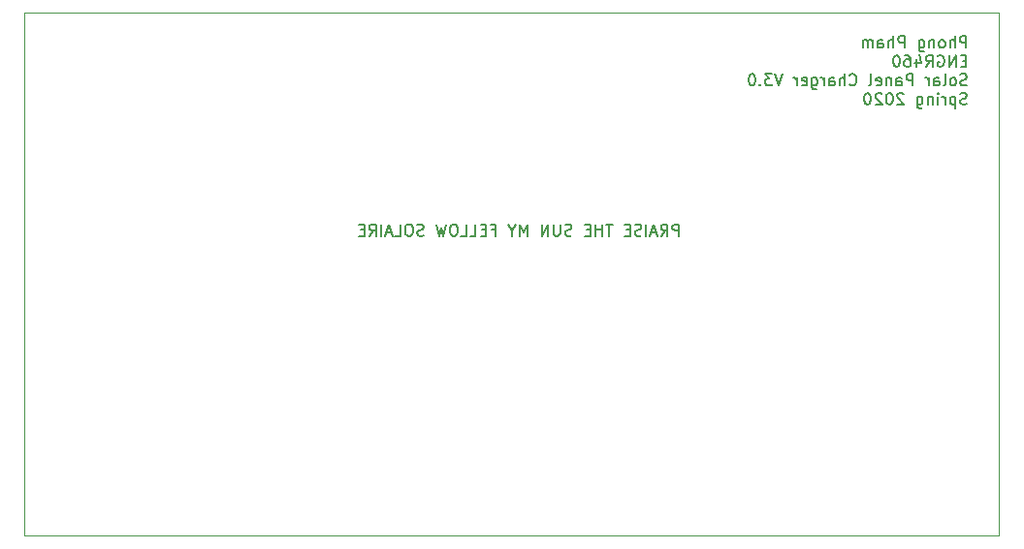
<source format=gbr>
%TF.GenerationSoftware,KiCad,Pcbnew,(5.1.2-1)-1*%
%TF.CreationDate,2020-04-26T16:50:05-07:00*%
%TF.ProjectId,Power Project,506f7765-7220-4507-926f-6a6563742e6b,rev?*%
%TF.SameCoordinates,Original*%
%TF.FileFunction,Legend,Bot*%
%TF.FilePolarity,Positive*%
%FSLAX46Y46*%
G04 Gerber Fmt 4.6, Leading zero omitted, Abs format (unit mm)*
G04 Created by KiCad (PCBNEW (5.1.2-1)-1) date 2020-04-26 16:50:05*
%MOMM*%
%LPD*%
G04 APERTURE LIST*
%ADD10C,0.150000*%
%ADD11C,0.050000*%
G04 APERTURE END LIST*
D10*
X168574404Y-103387380D02*
X168574404Y-102387380D01*
X168193452Y-102387380D01*
X168098214Y-102435000D01*
X168050595Y-102482619D01*
X168002976Y-102577857D01*
X168002976Y-102720714D01*
X168050595Y-102815952D01*
X168098214Y-102863571D01*
X168193452Y-102911190D01*
X168574404Y-102911190D01*
X167574404Y-103387380D02*
X167574404Y-102387380D01*
X167145833Y-103387380D02*
X167145833Y-102863571D01*
X167193452Y-102768333D01*
X167288690Y-102720714D01*
X167431547Y-102720714D01*
X167526785Y-102768333D01*
X167574404Y-102815952D01*
X166526785Y-103387380D02*
X166622023Y-103339761D01*
X166669642Y-103292142D01*
X166717261Y-103196904D01*
X166717261Y-102911190D01*
X166669642Y-102815952D01*
X166622023Y-102768333D01*
X166526785Y-102720714D01*
X166383928Y-102720714D01*
X166288690Y-102768333D01*
X166241071Y-102815952D01*
X166193452Y-102911190D01*
X166193452Y-103196904D01*
X166241071Y-103292142D01*
X166288690Y-103339761D01*
X166383928Y-103387380D01*
X166526785Y-103387380D01*
X165764880Y-102720714D02*
X165764880Y-103387380D01*
X165764880Y-102815952D02*
X165717261Y-102768333D01*
X165622023Y-102720714D01*
X165479166Y-102720714D01*
X165383928Y-102768333D01*
X165336309Y-102863571D01*
X165336309Y-103387380D01*
X164431547Y-102720714D02*
X164431547Y-103530238D01*
X164479166Y-103625476D01*
X164526785Y-103673095D01*
X164622023Y-103720714D01*
X164764880Y-103720714D01*
X164860119Y-103673095D01*
X164431547Y-103339761D02*
X164526785Y-103387380D01*
X164717261Y-103387380D01*
X164812500Y-103339761D01*
X164860119Y-103292142D01*
X164907738Y-103196904D01*
X164907738Y-102911190D01*
X164860119Y-102815952D01*
X164812500Y-102768333D01*
X164717261Y-102720714D01*
X164526785Y-102720714D01*
X164431547Y-102768333D01*
X163193452Y-103387380D02*
X163193452Y-102387380D01*
X162812500Y-102387380D01*
X162717261Y-102435000D01*
X162669642Y-102482619D01*
X162622023Y-102577857D01*
X162622023Y-102720714D01*
X162669642Y-102815952D01*
X162717261Y-102863571D01*
X162812500Y-102911190D01*
X163193452Y-102911190D01*
X162193452Y-103387380D02*
X162193452Y-102387380D01*
X161764880Y-103387380D02*
X161764880Y-102863571D01*
X161812500Y-102768333D01*
X161907738Y-102720714D01*
X162050595Y-102720714D01*
X162145833Y-102768333D01*
X162193452Y-102815952D01*
X160860119Y-103387380D02*
X160860119Y-102863571D01*
X160907738Y-102768333D01*
X161002976Y-102720714D01*
X161193452Y-102720714D01*
X161288690Y-102768333D01*
X160860119Y-103339761D02*
X160955357Y-103387380D01*
X161193452Y-103387380D01*
X161288690Y-103339761D01*
X161336309Y-103244523D01*
X161336309Y-103149285D01*
X161288690Y-103054047D01*
X161193452Y-103006428D01*
X160955357Y-103006428D01*
X160860119Y-102958809D01*
X160383928Y-103387380D02*
X160383928Y-102720714D01*
X160383928Y-102815952D02*
X160336309Y-102768333D01*
X160241071Y-102720714D01*
X160098214Y-102720714D01*
X160002976Y-102768333D01*
X159955357Y-102863571D01*
X159955357Y-103387380D01*
X159955357Y-102863571D02*
X159907738Y-102768333D01*
X159812500Y-102720714D01*
X159669642Y-102720714D01*
X159574404Y-102768333D01*
X159526785Y-102863571D01*
X159526785Y-103387380D01*
X168574404Y-104513571D02*
X168241071Y-104513571D01*
X168098214Y-105037380D02*
X168574404Y-105037380D01*
X168574404Y-104037380D01*
X168098214Y-104037380D01*
X167669642Y-105037380D02*
X167669642Y-104037380D01*
X167098214Y-105037380D01*
X167098214Y-104037380D01*
X166098214Y-104085000D02*
X166193452Y-104037380D01*
X166336309Y-104037380D01*
X166479166Y-104085000D01*
X166574404Y-104180238D01*
X166622023Y-104275476D01*
X166669642Y-104465952D01*
X166669642Y-104608809D01*
X166622023Y-104799285D01*
X166574404Y-104894523D01*
X166479166Y-104989761D01*
X166336309Y-105037380D01*
X166241071Y-105037380D01*
X166098214Y-104989761D01*
X166050595Y-104942142D01*
X166050595Y-104608809D01*
X166241071Y-104608809D01*
X165050595Y-105037380D02*
X165383928Y-104561190D01*
X165622023Y-105037380D02*
X165622023Y-104037380D01*
X165241071Y-104037380D01*
X165145833Y-104085000D01*
X165098214Y-104132619D01*
X165050595Y-104227857D01*
X165050595Y-104370714D01*
X165098214Y-104465952D01*
X165145833Y-104513571D01*
X165241071Y-104561190D01*
X165622023Y-104561190D01*
X164193452Y-104370714D02*
X164193452Y-105037380D01*
X164431547Y-103989761D02*
X164669642Y-104704047D01*
X164050595Y-104704047D01*
X163241071Y-104037380D02*
X163431547Y-104037380D01*
X163526785Y-104085000D01*
X163574404Y-104132619D01*
X163669642Y-104275476D01*
X163717261Y-104465952D01*
X163717261Y-104846904D01*
X163669642Y-104942142D01*
X163622023Y-104989761D01*
X163526785Y-105037380D01*
X163336309Y-105037380D01*
X163241071Y-104989761D01*
X163193452Y-104942142D01*
X163145833Y-104846904D01*
X163145833Y-104608809D01*
X163193452Y-104513571D01*
X163241071Y-104465952D01*
X163336309Y-104418333D01*
X163526785Y-104418333D01*
X163622023Y-104465952D01*
X163669642Y-104513571D01*
X163717261Y-104608809D01*
X162526785Y-104037380D02*
X162431547Y-104037380D01*
X162336309Y-104085000D01*
X162288690Y-104132619D01*
X162241071Y-104227857D01*
X162193452Y-104418333D01*
X162193452Y-104656428D01*
X162241071Y-104846904D01*
X162288690Y-104942142D01*
X162336309Y-104989761D01*
X162431547Y-105037380D01*
X162526785Y-105037380D01*
X162622023Y-104989761D01*
X162669642Y-104942142D01*
X162717261Y-104846904D01*
X162764880Y-104656428D01*
X162764880Y-104418333D01*
X162717261Y-104227857D01*
X162669642Y-104132619D01*
X162622023Y-104085000D01*
X162526785Y-104037380D01*
X168622023Y-106639761D02*
X168479166Y-106687380D01*
X168241071Y-106687380D01*
X168145833Y-106639761D01*
X168098214Y-106592142D01*
X168050595Y-106496904D01*
X168050595Y-106401666D01*
X168098214Y-106306428D01*
X168145833Y-106258809D01*
X168241071Y-106211190D01*
X168431547Y-106163571D01*
X168526785Y-106115952D01*
X168574404Y-106068333D01*
X168622023Y-105973095D01*
X168622023Y-105877857D01*
X168574404Y-105782619D01*
X168526785Y-105735000D01*
X168431547Y-105687380D01*
X168193452Y-105687380D01*
X168050595Y-105735000D01*
X167479166Y-106687380D02*
X167574404Y-106639761D01*
X167622023Y-106592142D01*
X167669642Y-106496904D01*
X167669642Y-106211190D01*
X167622023Y-106115952D01*
X167574404Y-106068333D01*
X167479166Y-106020714D01*
X167336309Y-106020714D01*
X167241071Y-106068333D01*
X167193452Y-106115952D01*
X167145833Y-106211190D01*
X167145833Y-106496904D01*
X167193452Y-106592142D01*
X167241071Y-106639761D01*
X167336309Y-106687380D01*
X167479166Y-106687380D01*
X166574404Y-106687380D02*
X166669642Y-106639761D01*
X166717261Y-106544523D01*
X166717261Y-105687380D01*
X165764880Y-106687380D02*
X165764880Y-106163571D01*
X165812500Y-106068333D01*
X165907738Y-106020714D01*
X166098214Y-106020714D01*
X166193452Y-106068333D01*
X165764880Y-106639761D02*
X165860119Y-106687380D01*
X166098214Y-106687380D01*
X166193452Y-106639761D01*
X166241071Y-106544523D01*
X166241071Y-106449285D01*
X166193452Y-106354047D01*
X166098214Y-106306428D01*
X165860119Y-106306428D01*
X165764880Y-106258809D01*
X165288690Y-106687380D02*
X165288690Y-106020714D01*
X165288690Y-106211190D02*
X165241071Y-106115952D01*
X165193452Y-106068333D01*
X165098214Y-106020714D01*
X165002976Y-106020714D01*
X163907738Y-106687380D02*
X163907738Y-105687380D01*
X163526785Y-105687380D01*
X163431547Y-105735000D01*
X163383928Y-105782619D01*
X163336309Y-105877857D01*
X163336309Y-106020714D01*
X163383928Y-106115952D01*
X163431547Y-106163571D01*
X163526785Y-106211190D01*
X163907738Y-106211190D01*
X162479166Y-106687380D02*
X162479166Y-106163571D01*
X162526785Y-106068333D01*
X162622023Y-106020714D01*
X162812500Y-106020714D01*
X162907738Y-106068333D01*
X162479166Y-106639761D02*
X162574404Y-106687380D01*
X162812500Y-106687380D01*
X162907738Y-106639761D01*
X162955357Y-106544523D01*
X162955357Y-106449285D01*
X162907738Y-106354047D01*
X162812500Y-106306428D01*
X162574404Y-106306428D01*
X162479166Y-106258809D01*
X162002976Y-106020714D02*
X162002976Y-106687380D01*
X162002976Y-106115952D02*
X161955357Y-106068333D01*
X161860119Y-106020714D01*
X161717261Y-106020714D01*
X161622023Y-106068333D01*
X161574404Y-106163571D01*
X161574404Y-106687380D01*
X160717261Y-106639761D02*
X160812500Y-106687380D01*
X161002976Y-106687380D01*
X161098214Y-106639761D01*
X161145833Y-106544523D01*
X161145833Y-106163571D01*
X161098214Y-106068333D01*
X161002976Y-106020714D01*
X160812500Y-106020714D01*
X160717261Y-106068333D01*
X160669642Y-106163571D01*
X160669642Y-106258809D01*
X161145833Y-106354047D01*
X160098214Y-106687380D02*
X160193452Y-106639761D01*
X160241071Y-106544523D01*
X160241071Y-105687380D01*
X158383928Y-106592142D02*
X158431547Y-106639761D01*
X158574404Y-106687380D01*
X158669642Y-106687380D01*
X158812500Y-106639761D01*
X158907738Y-106544523D01*
X158955357Y-106449285D01*
X159002976Y-106258809D01*
X159002976Y-106115952D01*
X158955357Y-105925476D01*
X158907738Y-105830238D01*
X158812500Y-105735000D01*
X158669642Y-105687380D01*
X158574404Y-105687380D01*
X158431547Y-105735000D01*
X158383928Y-105782619D01*
X157955357Y-106687380D02*
X157955357Y-105687380D01*
X157526785Y-106687380D02*
X157526785Y-106163571D01*
X157574404Y-106068333D01*
X157669642Y-106020714D01*
X157812500Y-106020714D01*
X157907738Y-106068333D01*
X157955357Y-106115952D01*
X156622023Y-106687380D02*
X156622023Y-106163571D01*
X156669642Y-106068333D01*
X156764880Y-106020714D01*
X156955357Y-106020714D01*
X157050595Y-106068333D01*
X156622023Y-106639761D02*
X156717261Y-106687380D01*
X156955357Y-106687380D01*
X157050595Y-106639761D01*
X157098214Y-106544523D01*
X157098214Y-106449285D01*
X157050595Y-106354047D01*
X156955357Y-106306428D01*
X156717261Y-106306428D01*
X156622023Y-106258809D01*
X156145833Y-106687380D02*
X156145833Y-106020714D01*
X156145833Y-106211190D02*
X156098214Y-106115952D01*
X156050595Y-106068333D01*
X155955357Y-106020714D01*
X155860119Y-106020714D01*
X155098214Y-106020714D02*
X155098214Y-106830238D01*
X155145833Y-106925476D01*
X155193452Y-106973095D01*
X155288690Y-107020714D01*
X155431547Y-107020714D01*
X155526785Y-106973095D01*
X155098214Y-106639761D02*
X155193452Y-106687380D01*
X155383928Y-106687380D01*
X155479166Y-106639761D01*
X155526785Y-106592142D01*
X155574404Y-106496904D01*
X155574404Y-106211190D01*
X155526785Y-106115952D01*
X155479166Y-106068333D01*
X155383928Y-106020714D01*
X155193452Y-106020714D01*
X155098214Y-106068333D01*
X154241071Y-106639761D02*
X154336309Y-106687380D01*
X154526785Y-106687380D01*
X154622023Y-106639761D01*
X154669642Y-106544523D01*
X154669642Y-106163571D01*
X154622023Y-106068333D01*
X154526785Y-106020714D01*
X154336309Y-106020714D01*
X154241071Y-106068333D01*
X154193452Y-106163571D01*
X154193452Y-106258809D01*
X154669642Y-106354047D01*
X153764880Y-106687380D02*
X153764880Y-106020714D01*
X153764880Y-106211190D02*
X153717261Y-106115952D01*
X153669642Y-106068333D01*
X153574404Y-106020714D01*
X153479166Y-106020714D01*
X152526785Y-105687380D02*
X152193452Y-106687380D01*
X151860119Y-105687380D01*
X151622023Y-105687380D02*
X151002976Y-105687380D01*
X151336309Y-106068333D01*
X151193452Y-106068333D01*
X151098214Y-106115952D01*
X151050595Y-106163571D01*
X151002976Y-106258809D01*
X151002976Y-106496904D01*
X151050595Y-106592142D01*
X151098214Y-106639761D01*
X151193452Y-106687380D01*
X151479166Y-106687380D01*
X151574404Y-106639761D01*
X151622023Y-106592142D01*
X150574404Y-106592142D02*
X150526785Y-106639761D01*
X150574404Y-106687380D01*
X150622023Y-106639761D01*
X150574404Y-106592142D01*
X150574404Y-106687380D01*
X149907738Y-105687380D02*
X149812500Y-105687380D01*
X149717261Y-105735000D01*
X149669642Y-105782619D01*
X149622023Y-105877857D01*
X149574404Y-106068333D01*
X149574404Y-106306428D01*
X149622023Y-106496904D01*
X149669642Y-106592142D01*
X149717261Y-106639761D01*
X149812500Y-106687380D01*
X149907738Y-106687380D01*
X150002976Y-106639761D01*
X150050595Y-106592142D01*
X150098214Y-106496904D01*
X150145833Y-106306428D01*
X150145833Y-106068333D01*
X150098214Y-105877857D01*
X150050595Y-105782619D01*
X150002976Y-105735000D01*
X149907738Y-105687380D01*
X168622023Y-108289761D02*
X168479166Y-108337380D01*
X168241071Y-108337380D01*
X168145833Y-108289761D01*
X168098214Y-108242142D01*
X168050595Y-108146904D01*
X168050595Y-108051666D01*
X168098214Y-107956428D01*
X168145833Y-107908809D01*
X168241071Y-107861190D01*
X168431547Y-107813571D01*
X168526785Y-107765952D01*
X168574404Y-107718333D01*
X168622023Y-107623095D01*
X168622023Y-107527857D01*
X168574404Y-107432619D01*
X168526785Y-107385000D01*
X168431547Y-107337380D01*
X168193452Y-107337380D01*
X168050595Y-107385000D01*
X167622023Y-107670714D02*
X167622023Y-108670714D01*
X167622023Y-107718333D02*
X167526785Y-107670714D01*
X167336309Y-107670714D01*
X167241071Y-107718333D01*
X167193452Y-107765952D01*
X167145833Y-107861190D01*
X167145833Y-108146904D01*
X167193452Y-108242142D01*
X167241071Y-108289761D01*
X167336309Y-108337380D01*
X167526785Y-108337380D01*
X167622023Y-108289761D01*
X166717261Y-108337380D02*
X166717261Y-107670714D01*
X166717261Y-107861190D02*
X166669642Y-107765952D01*
X166622023Y-107718333D01*
X166526785Y-107670714D01*
X166431547Y-107670714D01*
X166098214Y-108337380D02*
X166098214Y-107670714D01*
X166098214Y-107337380D02*
X166145833Y-107385000D01*
X166098214Y-107432619D01*
X166050595Y-107385000D01*
X166098214Y-107337380D01*
X166098214Y-107432619D01*
X165622023Y-107670714D02*
X165622023Y-108337380D01*
X165622023Y-107765952D02*
X165574404Y-107718333D01*
X165479166Y-107670714D01*
X165336309Y-107670714D01*
X165241071Y-107718333D01*
X165193452Y-107813571D01*
X165193452Y-108337380D01*
X164288690Y-107670714D02*
X164288690Y-108480238D01*
X164336309Y-108575476D01*
X164383928Y-108623095D01*
X164479166Y-108670714D01*
X164622023Y-108670714D01*
X164717261Y-108623095D01*
X164288690Y-108289761D02*
X164383928Y-108337380D01*
X164574404Y-108337380D01*
X164669642Y-108289761D01*
X164717261Y-108242142D01*
X164764880Y-108146904D01*
X164764880Y-107861190D01*
X164717261Y-107765952D01*
X164669642Y-107718333D01*
X164574404Y-107670714D01*
X164383928Y-107670714D01*
X164288690Y-107718333D01*
X163098214Y-107432619D02*
X163050595Y-107385000D01*
X162955357Y-107337380D01*
X162717261Y-107337380D01*
X162622023Y-107385000D01*
X162574404Y-107432619D01*
X162526785Y-107527857D01*
X162526785Y-107623095D01*
X162574404Y-107765952D01*
X163145833Y-108337380D01*
X162526785Y-108337380D01*
X161907738Y-107337380D02*
X161812500Y-107337380D01*
X161717261Y-107385000D01*
X161669642Y-107432619D01*
X161622023Y-107527857D01*
X161574404Y-107718333D01*
X161574404Y-107956428D01*
X161622023Y-108146904D01*
X161669642Y-108242142D01*
X161717261Y-108289761D01*
X161812500Y-108337380D01*
X161907738Y-108337380D01*
X162002976Y-108289761D01*
X162050595Y-108242142D01*
X162098214Y-108146904D01*
X162145833Y-107956428D01*
X162145833Y-107718333D01*
X162098214Y-107527857D01*
X162050595Y-107432619D01*
X162002976Y-107385000D01*
X161907738Y-107337380D01*
X161193452Y-107432619D02*
X161145833Y-107385000D01*
X161050595Y-107337380D01*
X160812500Y-107337380D01*
X160717261Y-107385000D01*
X160669642Y-107432619D01*
X160622023Y-107527857D01*
X160622023Y-107623095D01*
X160669642Y-107765952D01*
X161241071Y-108337380D01*
X160622023Y-108337380D01*
X160002976Y-107337380D02*
X159907738Y-107337380D01*
X159812500Y-107385000D01*
X159764880Y-107432619D01*
X159717261Y-107527857D01*
X159669642Y-107718333D01*
X159669642Y-107956428D01*
X159717261Y-108146904D01*
X159764880Y-108242142D01*
X159812500Y-108289761D01*
X159907738Y-108337380D01*
X160002976Y-108337380D01*
X160098214Y-108289761D01*
X160145833Y-108242142D01*
X160193452Y-108146904D01*
X160241071Y-107956428D01*
X160241071Y-107718333D01*
X160193452Y-107527857D01*
X160145833Y-107432619D01*
X160098214Y-107385000D01*
X160002976Y-107337380D01*
X143492380Y-119832380D02*
X143492380Y-118832380D01*
X143111428Y-118832380D01*
X143016190Y-118880000D01*
X142968571Y-118927619D01*
X142920952Y-119022857D01*
X142920952Y-119165714D01*
X142968571Y-119260952D01*
X143016190Y-119308571D01*
X143111428Y-119356190D01*
X143492380Y-119356190D01*
X141920952Y-119832380D02*
X142254285Y-119356190D01*
X142492380Y-119832380D02*
X142492380Y-118832380D01*
X142111428Y-118832380D01*
X142016190Y-118880000D01*
X141968571Y-118927619D01*
X141920952Y-119022857D01*
X141920952Y-119165714D01*
X141968571Y-119260952D01*
X142016190Y-119308571D01*
X142111428Y-119356190D01*
X142492380Y-119356190D01*
X141540000Y-119546666D02*
X141063809Y-119546666D01*
X141635238Y-119832380D02*
X141301904Y-118832380D01*
X140968571Y-119832380D01*
X140635238Y-119832380D02*
X140635238Y-118832380D01*
X140206666Y-119784761D02*
X140063809Y-119832380D01*
X139825714Y-119832380D01*
X139730476Y-119784761D01*
X139682857Y-119737142D01*
X139635238Y-119641904D01*
X139635238Y-119546666D01*
X139682857Y-119451428D01*
X139730476Y-119403809D01*
X139825714Y-119356190D01*
X140016190Y-119308571D01*
X140111428Y-119260952D01*
X140159047Y-119213333D01*
X140206666Y-119118095D01*
X140206666Y-119022857D01*
X140159047Y-118927619D01*
X140111428Y-118880000D01*
X140016190Y-118832380D01*
X139778095Y-118832380D01*
X139635238Y-118880000D01*
X139206666Y-119308571D02*
X138873333Y-119308571D01*
X138730476Y-119832380D02*
X139206666Y-119832380D01*
X139206666Y-118832380D01*
X138730476Y-118832380D01*
X137682857Y-118832380D02*
X137111428Y-118832380D01*
X137397142Y-119832380D02*
X137397142Y-118832380D01*
X136778095Y-119832380D02*
X136778095Y-118832380D01*
X136778095Y-119308571D02*
X136206666Y-119308571D01*
X136206666Y-119832380D02*
X136206666Y-118832380D01*
X135730476Y-119308571D02*
X135397142Y-119308571D01*
X135254285Y-119832380D02*
X135730476Y-119832380D01*
X135730476Y-118832380D01*
X135254285Y-118832380D01*
X134111428Y-119784761D02*
X133968571Y-119832380D01*
X133730476Y-119832380D01*
X133635238Y-119784761D01*
X133587619Y-119737142D01*
X133540000Y-119641904D01*
X133540000Y-119546666D01*
X133587619Y-119451428D01*
X133635238Y-119403809D01*
X133730476Y-119356190D01*
X133920952Y-119308571D01*
X134016190Y-119260952D01*
X134063809Y-119213333D01*
X134111428Y-119118095D01*
X134111428Y-119022857D01*
X134063809Y-118927619D01*
X134016190Y-118880000D01*
X133920952Y-118832380D01*
X133682857Y-118832380D01*
X133540000Y-118880000D01*
X133111428Y-118832380D02*
X133111428Y-119641904D01*
X133063809Y-119737142D01*
X133016190Y-119784761D01*
X132920952Y-119832380D01*
X132730476Y-119832380D01*
X132635238Y-119784761D01*
X132587619Y-119737142D01*
X132540000Y-119641904D01*
X132540000Y-118832380D01*
X132063809Y-119832380D02*
X132063809Y-118832380D01*
X131492380Y-119832380D01*
X131492380Y-118832380D01*
X130254285Y-119832380D02*
X130254285Y-118832380D01*
X129920952Y-119546666D01*
X129587619Y-118832380D01*
X129587619Y-119832380D01*
X128920952Y-119356190D02*
X128920952Y-119832380D01*
X129254285Y-118832380D02*
X128920952Y-119356190D01*
X128587619Y-118832380D01*
X127159047Y-119308571D02*
X127492380Y-119308571D01*
X127492380Y-119832380D02*
X127492380Y-118832380D01*
X127016190Y-118832380D01*
X126635238Y-119308571D02*
X126301904Y-119308571D01*
X126159047Y-119832380D02*
X126635238Y-119832380D01*
X126635238Y-118832380D01*
X126159047Y-118832380D01*
X125254285Y-119832380D02*
X125730476Y-119832380D01*
X125730476Y-118832380D01*
X124444761Y-119832380D02*
X124920952Y-119832380D01*
X124920952Y-118832380D01*
X123920952Y-118832380D02*
X123730476Y-118832380D01*
X123635238Y-118880000D01*
X123540000Y-118975238D01*
X123492380Y-119165714D01*
X123492380Y-119499047D01*
X123540000Y-119689523D01*
X123635238Y-119784761D01*
X123730476Y-119832380D01*
X123920952Y-119832380D01*
X124016190Y-119784761D01*
X124111428Y-119689523D01*
X124159047Y-119499047D01*
X124159047Y-119165714D01*
X124111428Y-118975238D01*
X124016190Y-118880000D01*
X123920952Y-118832380D01*
X123159047Y-118832380D02*
X122920952Y-119832380D01*
X122730476Y-119118095D01*
X122540000Y-119832380D01*
X122301904Y-118832380D01*
X121206666Y-119784761D02*
X121063809Y-119832380D01*
X120825714Y-119832380D01*
X120730476Y-119784761D01*
X120682857Y-119737142D01*
X120635238Y-119641904D01*
X120635238Y-119546666D01*
X120682857Y-119451428D01*
X120730476Y-119403809D01*
X120825714Y-119356190D01*
X121016190Y-119308571D01*
X121111428Y-119260952D01*
X121159047Y-119213333D01*
X121206666Y-119118095D01*
X121206666Y-119022857D01*
X121159047Y-118927619D01*
X121111428Y-118880000D01*
X121016190Y-118832380D01*
X120778095Y-118832380D01*
X120635238Y-118880000D01*
X120016190Y-118832380D02*
X119825714Y-118832380D01*
X119730476Y-118880000D01*
X119635238Y-118975238D01*
X119587619Y-119165714D01*
X119587619Y-119499047D01*
X119635238Y-119689523D01*
X119730476Y-119784761D01*
X119825714Y-119832380D01*
X120016190Y-119832380D01*
X120111428Y-119784761D01*
X120206666Y-119689523D01*
X120254285Y-119499047D01*
X120254285Y-119165714D01*
X120206666Y-118975238D01*
X120111428Y-118880000D01*
X120016190Y-118832380D01*
X118682857Y-119832380D02*
X119159047Y-119832380D01*
X119159047Y-118832380D01*
X118397142Y-119546666D02*
X117920952Y-119546666D01*
X118492380Y-119832380D02*
X118159047Y-118832380D01*
X117825714Y-119832380D01*
X117492380Y-119832380D02*
X117492380Y-118832380D01*
X116444761Y-119832380D02*
X116778095Y-119356190D01*
X117016190Y-119832380D02*
X117016190Y-118832380D01*
X116635238Y-118832380D01*
X116540000Y-118880000D01*
X116492380Y-118927619D01*
X116444761Y-119022857D01*
X116444761Y-119165714D01*
X116492380Y-119260952D01*
X116540000Y-119308571D01*
X116635238Y-119356190D01*
X117016190Y-119356190D01*
X116016190Y-119308571D02*
X115682857Y-119308571D01*
X115540000Y-119832380D02*
X116016190Y-119832380D01*
X116016190Y-118832380D01*
X115540000Y-118832380D01*
D11*
X86360000Y-100330000D02*
X86360000Y-101600000D01*
X171450000Y-100330000D02*
X86360000Y-100330000D01*
X171450000Y-146050000D02*
X171450000Y-100330000D01*
X86360000Y-146050000D02*
X171450000Y-146050000D01*
X86360000Y-144780000D02*
X86360000Y-146050000D01*
X86360000Y-143510000D02*
X86360000Y-144780000D01*
X86360000Y-101600000D02*
X86360000Y-143510000D01*
M02*

</source>
